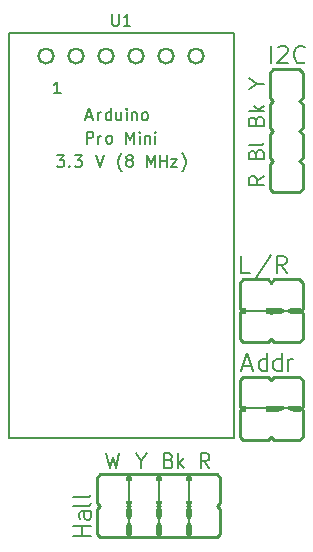
<source format=gbr>
G04 --- HEADER BEGIN --- *
%TF.GenerationSoftware,LibrePCB,LibrePCB,0.1.5*%
%TF.CreationDate,2021-05-15T07:17:12*%
%TF.ProjectId,Odometer Arduino Pro Mini - default,13410d80-bfca-4f75-a670-da1b2444d1b2,v1*%
%TF.Part,Single*%
%FSLAX66Y66*%
%MOMM*%
G01*
G74*
G04 --- HEADER END --- *
G04 --- APERTURE LIST BEGIN --- *
%ADD10C,0.25*%
%ADD11C,0.2*%
%ADD12C,1.47X1.07*%
%ADD13O,1.787X2.39*%
%ADD14R,1.787X2.39*%
%ADD15O,2.39X1.787*%
%ADD16R,2.39X1.787*%
%ADD17O,2.7X1.5*%
%ADD18O,2.2X1.5*%
%ADD19R,2.7X1.5*%
G04 --- APERTURE LIST END --- *
G04 --- BOARD BEGIN --- *
D10*
X22370000Y14095000D02*
X24495000Y14095000D01*
X24765000Y13825000D01*
X25035000Y14095000D01*
X27160000Y14095000D01*
X27430000Y13825000D01*
X27430000Y11575000D01*
X27160000Y11305000D01*
X25035000Y11305000D01*
X24765000Y11575000D01*
X24495000Y11305000D01*
X22370000Y11305000D01*
X22100000Y11575000D01*
X22100000Y13825000D01*
X22370000Y14095000D01*
X22370000Y19810000D02*
X24495000Y19810000D01*
X24765000Y19540000D01*
X25035000Y19810000D01*
X27160000Y19810000D01*
X27430000Y19540000D01*
X27430000Y17290000D01*
X27160000Y17020000D01*
X25035000Y17020000D01*
X24765000Y17290000D01*
X24495000Y17020000D01*
X22370000Y17020000D01*
X22100000Y17290000D01*
X22100000Y19540000D01*
X22370000Y19810000D01*
X27430000Y39860000D02*
X27430000Y37735000D01*
X27160000Y37465000D01*
X27430000Y37195000D01*
X27430000Y35195000D01*
X27160000Y34925000D01*
X27430000Y34655000D01*
X27430000Y32655000D01*
X27160000Y32385000D01*
X27430000Y32115000D01*
X27430000Y29990000D01*
X27160000Y29720000D01*
X24910000Y29720000D01*
X24640000Y29990000D01*
X24640000Y32115000D01*
X24910000Y32385000D01*
X24640000Y32655000D01*
X24640000Y34655000D01*
X24910000Y34925000D01*
X24640000Y35195000D01*
X24640000Y37195000D01*
X24910000Y37465000D01*
X24640000Y37735000D01*
X24640000Y39860000D01*
X24910000Y40130000D01*
X27160000Y40130000D01*
X27430000Y39860000D01*
X15365000Y5570000D02*
X15365000Y3445000D01*
X15095000Y3175000D01*
X15365000Y2905000D01*
X15365000Y780000D01*
X15095000Y510000D01*
X12845000Y510000D01*
X12575000Y780000D01*
X12575000Y2905000D01*
X12845000Y3175000D01*
X12575000Y3445000D01*
X12575000Y5570000D01*
X12845000Y5840000D01*
X15095000Y5840000D01*
X15365000Y5570000D01*
D11*
X2540000Y43180000D02*
X21590000Y43180000D01*
X21590000Y8890000D01*
X2540000Y8890000D01*
X2540000Y43180000D01*
D12*
X10795000Y41275000D03*
X18415000Y41275000D03*
X15875000Y41275000D03*
X8255000Y41275000D03*
X5715000Y41275000D03*
X13335000Y41275000D03*
D11*
X6946511Y38100000D02*
X6375400Y38100000D01*
X6660956Y38100000D02*
X6660956Y39100000D01*
X6565400Y38956667D01*
X6470956Y38862222D01*
X6375400Y38814444D01*
D10*
X20445000Y5570000D02*
X20445000Y3445000D01*
X20175000Y3175000D01*
X20445000Y2905000D01*
X20445000Y780000D01*
X20175000Y510000D01*
X17925000Y510000D01*
X17655000Y780000D01*
X17655000Y2905000D01*
X17925000Y3175000D01*
X17655000Y3445000D01*
X17655000Y5570000D01*
X17925000Y5840000D01*
X20175000Y5840000D01*
X20445000Y5570000D01*
X22370000Y11555000D02*
X24495000Y11555000D01*
X24765000Y11285000D01*
X25035000Y11555000D01*
X27160000Y11555000D01*
X27430000Y11285000D01*
X27430000Y9035000D01*
X27160000Y8765000D01*
X25035000Y8765000D01*
X24765000Y9035000D01*
X24495000Y8765000D01*
X22370000Y8765000D01*
X22100000Y9035000D01*
X22100000Y11285000D01*
X22370000Y11555000D01*
X17905000Y5570000D02*
X17905000Y3445000D01*
X17635000Y3175000D01*
X17905000Y2905000D01*
X17905000Y780000D01*
X17635000Y510000D01*
X15385000Y510000D01*
X15115000Y780000D01*
X15115000Y2905000D01*
X15385000Y3175000D01*
X15115000Y3445000D01*
X15115000Y5570000D01*
X15385000Y5840000D01*
X17635000Y5840000D01*
X17905000Y5570000D01*
X12825000Y5570000D02*
X12825000Y3445000D01*
X12555000Y3175000D01*
X12825000Y2905000D01*
X12825000Y780000D01*
X12555000Y510000D01*
X10305000Y510000D01*
X10035000Y780000D01*
X10035000Y2905000D01*
X10305000Y3175000D01*
X10035000Y3445000D01*
X10035000Y5570000D01*
X10305000Y5840000D01*
X12555000Y5840000D01*
X12825000Y5570000D01*
X22370000Y22350000D02*
X24495000Y22350000D01*
X24765000Y22080000D01*
X25035000Y22350000D01*
X27160000Y22350000D01*
X27430000Y22080000D01*
X27430000Y19830000D01*
X27160000Y19560000D01*
X25035000Y19560000D01*
X24765000Y19830000D01*
X24495000Y19560000D01*
X22370000Y19560000D01*
X22100000Y19830000D01*
X22100000Y22080000D01*
X22370000Y22350000D01*
D11*
X9525000Y635000D02*
X8025000Y635000D01*
X8740000Y635000D02*
X8740000Y1491667D01*
X9525000Y1491667D02*
X8025000Y1491667D01*
X9525000Y2706667D02*
X8740000Y2706667D01*
X8596667Y2635000D01*
X8525000Y2491667D01*
X8525000Y2206667D01*
X8596667Y2063334D01*
X9453333Y2706667D02*
X9525000Y2563334D01*
X9525000Y2206667D01*
X9453333Y2063334D01*
X9310000Y1991667D01*
X9168333Y1991667D01*
X9025000Y2063334D01*
X8953333Y2206667D01*
X8953333Y2563334D01*
X8881667Y2706667D01*
X9525000Y3421667D02*
X9453333Y3278334D01*
X9310000Y3206667D01*
X8025000Y3206667D01*
X9525000Y4136667D02*
X9453333Y3993334D01*
X9310000Y3921667D01*
X8025000Y3921667D01*
X24160000Y31096672D02*
X23540333Y30663339D01*
X24160000Y30354228D02*
X22860000Y30354228D01*
X22860000Y30849672D01*
X22922111Y30973895D01*
X22984222Y31034561D01*
X23107000Y31096672D01*
X23293333Y31096672D01*
X23417556Y31034561D01*
X23479667Y30973895D01*
X23540333Y30849672D01*
X23540333Y30354228D01*
X23479667Y32970004D02*
X23540333Y33156338D01*
X23602444Y33217004D01*
X23726667Y33279115D01*
X23913000Y33279115D01*
X24035778Y33217004D01*
X24097889Y33156338D01*
X24160000Y33032115D01*
X24160000Y32536671D01*
X22860000Y32536671D01*
X22860000Y32970004D01*
X22922111Y33094227D01*
X22984222Y33156338D01*
X23107000Y33217004D01*
X23231222Y33217004D01*
X23355444Y33156338D01*
X23417556Y33094227D01*
X23479667Y32970004D01*
X23479667Y32536671D01*
X24160000Y33925448D02*
X24097889Y33801226D01*
X23973667Y33739115D01*
X22860000Y33739115D01*
X23479667Y35798780D02*
X23540333Y35985114D01*
X23602444Y36045780D01*
X23726667Y36107891D01*
X23913000Y36107891D01*
X24035778Y36045780D01*
X24097889Y35985114D01*
X24160000Y35860891D01*
X24160000Y35365447D01*
X22860000Y35365447D01*
X22860000Y35798780D01*
X22922111Y35923003D01*
X22984222Y35985114D01*
X23107000Y36045780D01*
X23231222Y36045780D01*
X23355444Y35985114D01*
X23417556Y35923003D01*
X23479667Y35798780D01*
X23479667Y35365447D01*
X24160000Y36567891D02*
X22860000Y36567891D01*
X23664556Y36692113D02*
X24160000Y37063335D01*
X23293333Y37063335D02*
X23788778Y36567891D01*
X23540333Y38936667D02*
X24160000Y38936667D01*
X22860000Y38503334D02*
X23540333Y38936667D01*
X22860000Y39370001D01*
X10795000Y7650000D02*
X11104111Y6350000D01*
X11352556Y7278778D01*
X11599556Y6350000D01*
X11908667Y7650000D01*
X13781999Y6969667D02*
X13781999Y6350000D01*
X13348666Y7650000D02*
X13781999Y6969667D01*
X14215333Y7650000D01*
X16088665Y7030333D02*
X16274999Y6969667D01*
X16335665Y6907556D01*
X16397776Y6783333D01*
X16397776Y6597000D01*
X16335665Y6474222D01*
X16274999Y6412111D01*
X16150776Y6350000D01*
X15655332Y6350000D01*
X15655332Y7650000D01*
X16088665Y7650000D01*
X16212888Y7587889D01*
X16274999Y7525778D01*
X16335665Y7403000D01*
X16335665Y7278778D01*
X16274999Y7154556D01*
X16212888Y7092444D01*
X16088665Y7030333D01*
X15655332Y7030333D01*
X16857776Y6350000D02*
X16857776Y7650000D01*
X16981998Y6845444D02*
X17353220Y6350000D01*
X17353220Y7216667D02*
X16857776Y6721222D01*
X19535663Y6350000D02*
X19102330Y6969667D01*
X18793219Y6350000D02*
X18793219Y7650000D01*
X19288663Y7650000D01*
X19412886Y7587889D01*
X19473552Y7525778D01*
X19535663Y7403000D01*
X19535663Y7216667D01*
X19473552Y7092444D01*
X19412886Y7030333D01*
X19288663Y6969667D01*
X18793219Y6969667D01*
X22368333Y15033333D02*
X23081667Y15033333D01*
X22225000Y14605000D02*
X22725000Y16105000D01*
X23225000Y14605000D01*
X24440000Y14605000D02*
X24440000Y16105000D01*
X24440000Y14676667D02*
X24296667Y14605000D01*
X24010000Y14605000D01*
X23868333Y14676667D01*
X23796667Y14748333D01*
X23725000Y14890000D01*
X23725000Y15320000D01*
X23796667Y15461667D01*
X23868333Y15533333D01*
X24010000Y15605000D01*
X24296667Y15605000D01*
X24440000Y15533333D01*
X25655000Y14605000D02*
X25655000Y16105000D01*
X25655000Y14676667D02*
X25511667Y14605000D01*
X25225000Y14605000D01*
X25083333Y14676667D01*
X25011667Y14748333D01*
X24940000Y14890000D01*
X24940000Y15320000D01*
X25011667Y15461667D01*
X25083333Y15533333D01*
X25225000Y15605000D01*
X25511667Y15605000D01*
X25655000Y15533333D01*
X26155000Y14605000D02*
X26155000Y15605000D01*
X26155000Y15320000D02*
X26226667Y15461667D01*
X26298333Y15533333D01*
X26440000Y15605000D01*
X26583333Y15605000D01*
X22940000Y22860000D02*
X22225000Y22860000D01*
X22225000Y24360000D01*
X24725000Y24431667D02*
X23440000Y22503333D01*
X26081667Y22860000D02*
X25581667Y23575000D01*
X25225000Y22860000D02*
X25225000Y24360000D01*
X25796667Y24360000D01*
X25940000Y24288333D01*
X26010000Y24216667D01*
X26081667Y24075000D01*
X26081667Y23860000D01*
X26010000Y23716667D01*
X25940000Y23645000D01*
X25796667Y23575000D01*
X25225000Y23575000D01*
X24765000Y40640000D02*
X24765000Y42140000D01*
X25336667Y41996667D02*
X25408333Y42068333D01*
X25550000Y42140000D01*
X25908333Y42140000D01*
X26050000Y42068333D01*
X26121667Y41996667D01*
X26193333Y41855000D01*
X26193333Y41711667D01*
X26121667Y41496667D01*
X25265000Y40640000D01*
X26193333Y40640000D01*
X27621666Y40783333D02*
X27550000Y40711667D01*
X27336666Y40640000D01*
X27193333Y40640000D01*
X26978333Y40711667D01*
X26836666Y40855000D01*
X26765000Y40996667D01*
X26693333Y41283333D01*
X26693333Y41496667D01*
X26765000Y41783333D01*
X26836666Y41925000D01*
X26978333Y42068333D01*
X27193333Y42140000D01*
X27336666Y42140000D01*
X27550000Y42068333D01*
X27621666Y41996667D01*
X11293889Y44815000D02*
X11293889Y44005000D01*
X11341667Y43910556D01*
X11389445Y43862778D01*
X11483889Y43815000D01*
X11675000Y43815000D01*
X11770556Y43862778D01*
X11817222Y43910556D01*
X11865000Y44005000D01*
X11865000Y44815000D01*
X12836111Y43815000D02*
X12265000Y43815000D01*
X12550556Y43815000D02*
X12550556Y44815000D01*
X12455000Y44671667D01*
X12360556Y44577222D01*
X12265000Y44529444D01*
X9107778Y36115556D02*
X9583333Y36115556D01*
X9012222Y35830000D02*
X9345555Y36830000D01*
X9678889Y35830000D01*
X10078889Y35830000D02*
X10078889Y36496667D01*
X10078889Y36306667D02*
X10126667Y36401111D01*
X10174445Y36448889D01*
X10268889Y36496667D01*
X10364445Y36496667D01*
X11241112Y35830000D02*
X11241112Y36830000D01*
X11241112Y35877778D02*
X11145556Y35830000D01*
X10954445Y35830000D01*
X10860001Y35877778D01*
X10812223Y35925556D01*
X10764445Y36020000D01*
X10764445Y36306667D01*
X10812223Y36401111D01*
X10860001Y36448889D01*
X10954445Y36496667D01*
X11145556Y36496667D01*
X11241112Y36448889D01*
X12070001Y36496667D02*
X12070001Y35830000D01*
X11641112Y36496667D02*
X11641112Y35973333D01*
X11688890Y35877778D01*
X11784445Y35830000D01*
X11926668Y35830000D01*
X12022223Y35877778D01*
X12070001Y35925556D01*
X12517779Y35830000D02*
X12517779Y36496667D01*
X12517779Y36830000D02*
X12470001Y36782222D01*
X12517779Y36734444D01*
X12565557Y36782222D01*
X12517779Y36830000D01*
X12517779Y36734444D01*
X12965557Y36496667D02*
X12965557Y35830000D01*
X12965557Y36401111D02*
X13013335Y36448889D01*
X13108890Y36496667D01*
X13251113Y36496667D01*
X13346668Y36448889D01*
X13394446Y36353333D01*
X13394446Y35830000D01*
X13984446Y35830000D02*
X13890002Y35877778D01*
X13842224Y35925556D01*
X13794446Y36020000D01*
X13794446Y36306667D01*
X13842224Y36401111D01*
X13890002Y36448889D01*
X13984446Y36496667D01*
X14127779Y36496667D01*
X14223335Y36448889D01*
X14271113Y36401111D01*
X14317779Y36306667D01*
X14317779Y36020000D01*
X14271113Y35925556D01*
X14223335Y35877778D01*
X14127779Y35830000D01*
X13984446Y35830000D01*
X9131667Y33852223D02*
X9131667Y34852223D01*
X9512778Y34852223D01*
X9608334Y34804445D01*
X9655000Y34756667D01*
X9702778Y34662223D01*
X9702778Y34518890D01*
X9655000Y34423334D01*
X9608334Y34375556D01*
X9512778Y34328890D01*
X9131667Y34328890D01*
X10102778Y33852223D02*
X10102778Y34518890D01*
X10102778Y34328890D02*
X10150556Y34423334D01*
X10198334Y34471112D01*
X10292778Y34518890D01*
X10388334Y34518890D01*
X10978334Y33852223D02*
X10883890Y33900001D01*
X10836112Y33947779D01*
X10788334Y34042223D01*
X10788334Y34328890D01*
X10836112Y34423334D01*
X10883890Y34471112D01*
X10978334Y34518890D01*
X11121667Y34518890D01*
X11217223Y34471112D01*
X11265001Y34423334D01*
X11311667Y34328890D01*
X11311667Y34042223D01*
X11265001Y33947779D01*
X11217223Y33900001D01*
X11121667Y33852223D01*
X10978334Y33852223D01*
X12511666Y33852223D02*
X12511666Y34852223D01*
X12844999Y34137779D01*
X13178333Y34852223D01*
X13178333Y33852223D01*
X13626111Y33852223D02*
X13626111Y34518890D01*
X13626111Y34852223D02*
X13578333Y34804445D01*
X13626111Y34756667D01*
X13673889Y34804445D01*
X13626111Y34852223D01*
X13626111Y34756667D01*
X14073889Y34518890D02*
X14073889Y33852223D01*
X14073889Y34423334D02*
X14121667Y34471112D01*
X14217222Y34518890D01*
X14359445Y34518890D01*
X14455000Y34471112D01*
X14502778Y34375556D01*
X14502778Y33852223D01*
X14950556Y33852223D02*
X14950556Y34518890D01*
X14950556Y34852223D02*
X14902778Y34804445D01*
X14950556Y34756667D01*
X14998334Y34804445D01*
X14950556Y34852223D01*
X14950556Y34756667D01*
X6613334Y32874446D02*
X7232223Y32874446D01*
X6898890Y32493335D01*
X7042223Y32493335D01*
X7136667Y32445557D01*
X7184445Y32397779D01*
X7232223Y32303335D01*
X7232223Y32064446D01*
X7184445Y31970002D01*
X7136667Y31922224D01*
X7042223Y31874446D01*
X6756667Y31874446D01*
X6661112Y31922224D01*
X6613334Y31970002D01*
X7680001Y31970002D02*
X7727779Y31922224D01*
X7680001Y31874446D01*
X7632223Y31922224D01*
X7680001Y31970002D01*
X7680001Y31874446D01*
X8127779Y32874446D02*
X8746668Y32874446D01*
X8413335Y32493335D01*
X8556668Y32493335D01*
X8651112Y32445557D01*
X8698890Y32397779D01*
X8746668Y32303335D01*
X8746668Y32064446D01*
X8698890Y31970002D01*
X8651112Y31922224D01*
X8556668Y31874446D01*
X8271112Y31874446D01*
X8175557Y31922224D01*
X8127779Y31970002D01*
X9946667Y32874446D02*
X10280000Y31874446D01*
X10613334Y32874446D01*
X12098889Y31493335D02*
X12051111Y31541113D01*
X11956666Y31684446D01*
X11908889Y31778890D01*
X11861111Y31922224D01*
X11813333Y32160002D01*
X11813333Y32351113D01*
X11861111Y32588890D01*
X11908889Y32731113D01*
X11956666Y32826668D01*
X12051111Y32970002D01*
X12098889Y33017779D01*
X12688889Y32445557D02*
X12594445Y32493335D01*
X12546667Y32541113D01*
X12498889Y32636668D01*
X12498889Y32684446D01*
X12546667Y32778890D01*
X12594445Y32826668D01*
X12688889Y32874446D01*
X12880000Y32874446D01*
X12975556Y32826668D01*
X13022222Y32778890D01*
X13070000Y32684446D01*
X13070000Y32636668D01*
X13022222Y32541113D01*
X12975556Y32493335D01*
X12880000Y32445557D01*
X12688889Y32445557D01*
X12594445Y32397779D01*
X12546667Y32351113D01*
X12498889Y32255557D01*
X12498889Y32064446D01*
X12546667Y31970002D01*
X12594445Y31922224D01*
X12688889Y31874446D01*
X12880000Y31874446D01*
X12975556Y31922224D01*
X13022222Y31970002D01*
X13070000Y32064446D01*
X13070000Y32255557D01*
X13022222Y32351113D01*
X12975556Y32397779D01*
X12880000Y32445557D01*
X14269999Y31874446D02*
X14269999Y32874446D01*
X14603332Y32160002D01*
X14936666Y32874446D01*
X14936666Y31874446D01*
X15336666Y31874446D02*
X15336666Y32874446D01*
X15336666Y32397779D02*
X15907777Y32397779D01*
X15907777Y31874446D02*
X15907777Y32874446D01*
X16307777Y32541113D02*
X16831110Y32541113D01*
X16307777Y31874446D01*
X16831110Y31874446D01*
X17231110Y31493335D02*
X17278888Y31541113D01*
X17374443Y31684446D01*
X17421110Y31778890D01*
X17468888Y31922224D01*
X17516666Y32160002D01*
X17516666Y32351113D01*
X17468888Y32588890D01*
X17421110Y32731113D01*
X17374443Y32826668D01*
X17278888Y32970002D01*
X17231110Y33017779D01*
%LPC*%
D13*
X26035000Y12700000D03*
D14*
X23495000Y12700000D03*
D13*
X26035000Y18415000D03*
D14*
X23495000Y18415000D03*
D15*
X26035000Y31115000D03*
D16*
X26035000Y38735000D03*
D15*
X26035000Y33655000D03*
X26035000Y36195000D03*
X13970000Y1905000D03*
D16*
X13970000Y4445000D03*
D17*
X4445000Y13335000D03*
D18*
X19685000Y31115000D03*
D17*
X19685000Y23495000D03*
D19*
X4445000Y38735000D03*
D17*
X19685000Y36195000D03*
X19685000Y33655000D03*
X4445000Y20955000D03*
X4445000Y26035000D03*
X4445000Y33655000D03*
X4445000Y28575000D03*
X19685000Y18415000D03*
D18*
X19685000Y26035000D03*
X17145000Y29845000D03*
X17145000Y27305000D03*
D17*
X19685000Y10795000D03*
X19685000Y20955000D03*
X4445000Y15875000D03*
X4445000Y10795000D03*
X4445000Y36195000D03*
D18*
X19685000Y28575000D03*
D17*
X4445000Y18415000D03*
X4445000Y31115000D03*
X19685000Y15875000D03*
X19685000Y38735000D03*
X4445000Y23495000D03*
X19685000Y13335000D03*
D15*
X19050000Y1905000D03*
D16*
X19050000Y4445000D03*
D13*
X26035000Y10160000D03*
D14*
X23495000Y10160000D03*
D15*
X16510000Y1905000D03*
D16*
X16510000Y4445000D03*
D15*
X11430000Y1905000D03*
D16*
X11430000Y4445000D03*
D13*
X26035000Y20955000D03*
D14*
X23495000Y20955000D03*
G04 --- BOARD END --- *
%TF.MD5,731b633076b56dbce357a3c7b3c8bd14*%
M02*

</source>
